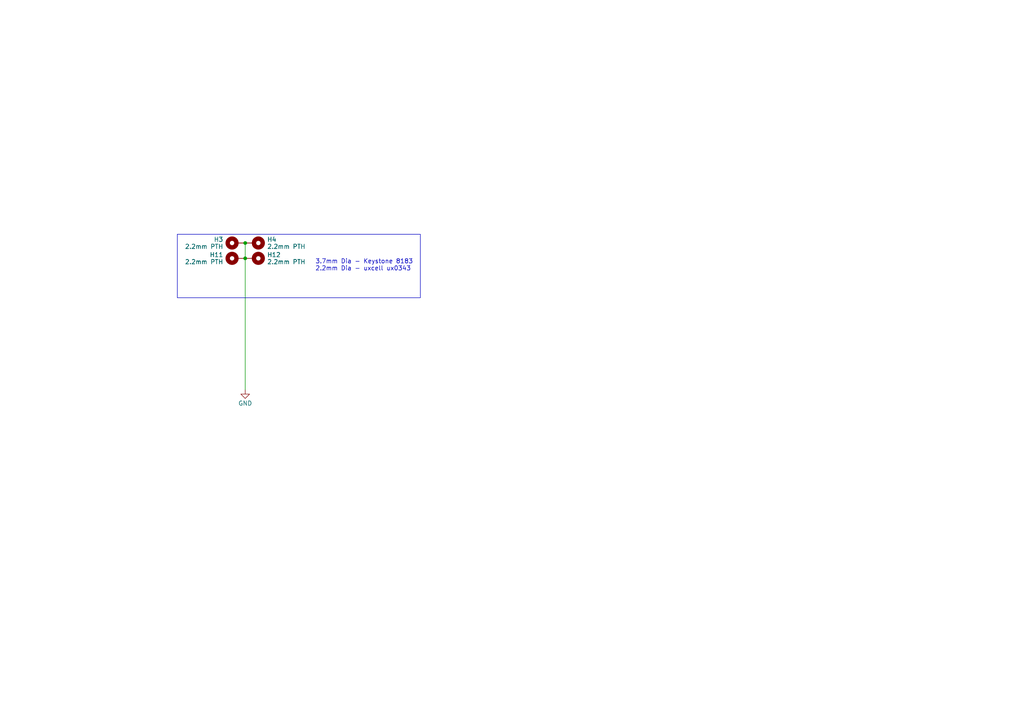
<source format=kicad_sch>
(kicad_sch (version 20230121) (generator eeschema)
  (paper "A4")
  (lib_symbols
    (symbol "Mechanical:MountingHole_Pad" (pin_numbers hide) (pin_names (offset 1.016) hide)
      (property "Reference" "H" (at 0 6.35 0))
      (property "Value" "MountingHole_Pad" (at 0 4.445 0))
      (symbol "MountingHole_Pad_0_1"
        (circle (center 0 1.27) (radius 1.27) (stroke (width 1.27)))
      )
      (symbol "MountingHole_Pad_1_1"
        (pin input line (at 0 -2.54 90) (length 2.54) (name "1") (number "1"))
      )
    )
    (symbol "power:GND" (power) (pin_names (offset 0))
      (property "Value" "GND" (at 0 -3.81 0))
      (symbol "GND_0_1"
        (polyline (pts (xy 0 0) (xy 0 -1.27) (xy 1.27 -1.27) (xy 0 -2.54) (xy -1.27 -1.27) (xy 0 -1.27)))
      )
      (symbol "GND_1_1"
        (pin power_in line (at 0 0 270) (length 0) hide (name "GND") (number "1"))
      )
    )
  )
  (junction (at 71.12 70.485))
  (junction (at 71.12 74.93))
  (wire (pts (xy 71.12 70.485) (xy 71.12 74.93)))
  (wire (pts (xy 71.12 74.93) (xy 71.12 113.03)))
  (rectangle (start 51.435 67.945) (end 121.92 86.36))
  (text "3.7mm Dia - Keystone 8183\n2.2mm Dia - uxcell ux0343" (at 91.44 78.74 0) (effects (font (size 1.27 1.27)) (justify left bottom)))
  (symbol (lib_id "Mechanical:MountingHole_Pad") (at 73.66 74.93 270) (unit 1)
    (property "Reference" "H12" (at 77.47 73.906 90) (effects (justify left)))
    (property "Value" "2.2mm PTH" (at 77.47 75.954 90) (effects (justify left)))
    (property "Footprint" "MountingHole:MountingHole_2.2mm_M2_Pad" (effects hide))
  )
  (symbol (lib_id "Mechanical:MountingHole_Pad") (at 68.58 70.485 90) (mirror x) (unit 1)
    (property "Reference" "H3" (at 64.77 69.461 90) (effects (justify left)))
    (property "Value" "2.2mm PTH" (at 64.77 71.509 90) (effects (justify left)))
    (property "Footprint" "MountingHole:MountingHole_2.2mm_M2_Pad" (effects hide))
  )
  (symbol (lib_id "Mechanical:MountingHole_Pad") (at 73.66 70.485 270) (unit 1)
    (property "Reference" "H4" (at 77.47 69.461 90) (effects (justify left)))
    (property "Value" "2.2mm PTH" (at 77.47 71.509 90) (effects (justify left)))
    (property "Footprint" "MountingHole:MountingHole_2.2mm_M2_Pad" (effects hide))
  )
  (symbol (lib_id "Mechanical:MountingHole_Pad") (at 68.58 74.93 90) (mirror x) (unit 1)
    (property "Reference" "H11" (at 64.77 73.906 90) (effects (justify left)))
    (property "Value" "2.2mm PTH" (at 64.77 75.954 90) (effects (justify left)))
    (property "Footprint" "MountingHole:MountingHole_2.2mm_M2_Pad" (effects hide))
  )
  (symbol (lib_id "power:GND") (at 71.12 113.03 0) (unit 1)
    (property "Reference" "#PWR01" (effects hide))
    (property "Value" "GND" (at 71.12 116.975 0))
  )
)
</source>
